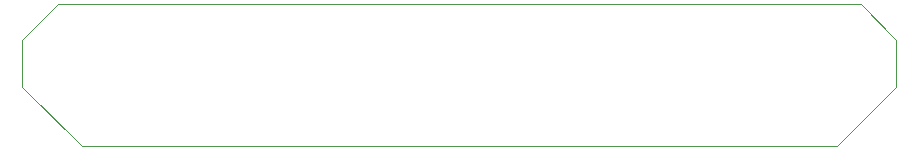
<source format=gm1>
%TF.GenerationSoftware,KiCad,Pcbnew,no-vcs-found-a240f88~61~ubuntu14.04.1*%
%TF.CreationDate,2017-12-06T10:35:16+01:00*%
%TF.ProjectId,LCSDR,4C435344522E6B696361645F70636200,rev?*%
%TF.SameCoordinates,Original*%
%TF.FileFunction,Profile,NP*%
%FSLAX46Y46*%
G04 Gerber Fmt 4.6, Leading zero omitted, Abs format (unit mm)*
G04 Created by KiCad (PCBNEW no-vcs-found-a240f88~61~ubuntu14.04.1) date Wed Dec  6 10:35:16 2017*
%MOMM*%
%LPD*%
G01*
G04 APERTURE LIST*
%ADD10C,0.100000*%
G04 APERTURE END LIST*
D10*
X76000000Y10000000D02*
X76000000Y6000000D01*
X73000000Y13000000D02*
X76000000Y10000000D01*
X5000000Y13000000D02*
X73000000Y13000000D01*
X2000000Y10000000D02*
X5000000Y13000000D01*
X2000000Y6000000D02*
X2000000Y10000000D01*
X7000000Y1000000D02*
X2000000Y6000000D01*
X71000000Y1000000D02*
X7000000Y1000000D01*
X76000000Y6000000D02*
X71000000Y1000000D01*
M02*

</source>
